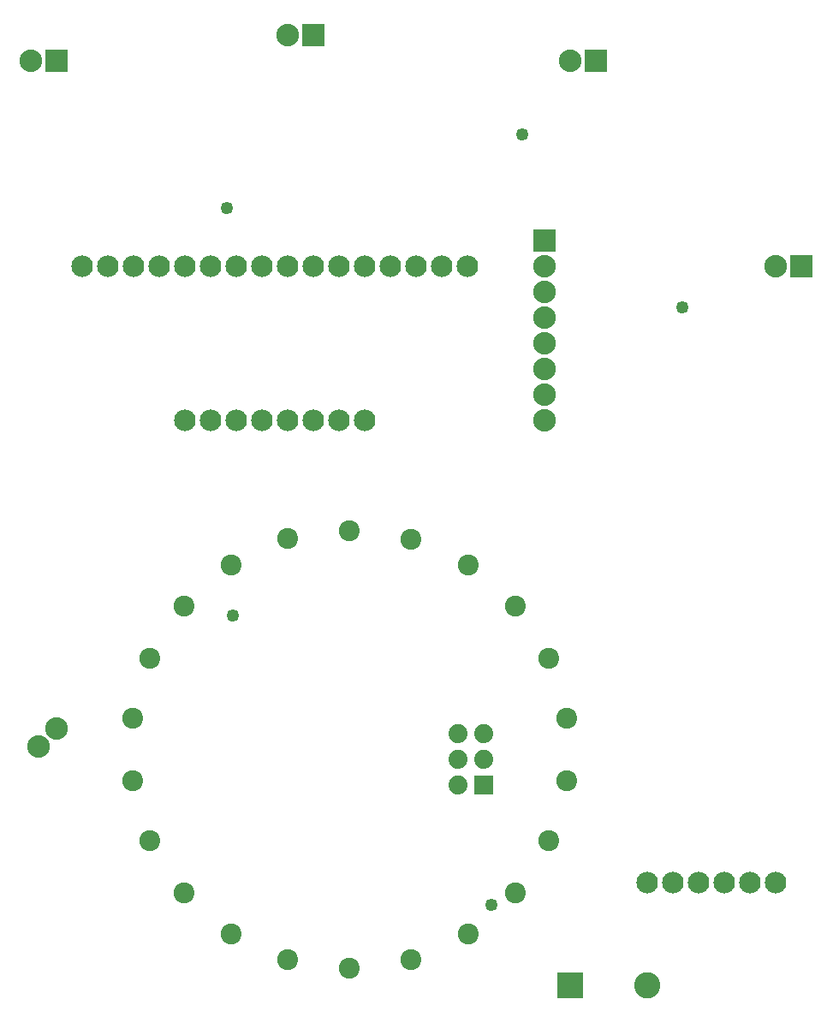
<source format=gts>
G04 MADE WITH FRITZING*
G04 WWW.FRITZING.ORG*
G04 DOUBLE SIDED*
G04 HOLES PLATED*
G04 CONTOUR ON CENTER OF CONTOUR VECTOR*
%ASAXBY*%
%FSLAX23Y23*%
%MOIN*%
%OFA0B0*%
%SFA1.0B1.0*%
%ADD10C,0.102000*%
%ADD11C,0.081244*%
%ADD12C,0.074000*%
%ADD13C,0.088000*%
%ADD14C,0.084000*%
%ADD15C,0.049370*%
%ADD16R,0.102000X0.102000*%
%ADD17R,0.074000X0.074000*%
%ADD18R,0.088000X0.088000*%
%ADD19C,0.030000*%
%LNMASK1*%
G90*
G70*
G54D10*
X2359Y78D03*
X2659Y78D03*
G54D11*
X1499Y1850D03*
X722Y1352D03*
X655Y1119D03*
X1038Y1715D03*
X653Y875D03*
G54D12*
X2021Y858D03*
X1921Y858D03*
X2021Y958D03*
X1921Y958D03*
X2021Y1058D03*
G54D11*
X722Y642D03*
G54D12*
X1921Y1058D03*
G54D11*
X854Y1556D03*
X1258Y1819D03*
X1037Y279D03*
X2344Y876D03*
X2344Y1119D03*
X2276Y1353D03*
X2144Y1556D03*
X1961Y1715D03*
X1739Y1816D03*
X1259Y178D03*
X1499Y144D03*
X1739Y178D03*
X1961Y279D03*
X2144Y439D03*
X2275Y643D03*
X854Y439D03*
G54D13*
X359Y1078D03*
X288Y1008D03*
G54D14*
X459Y2878D03*
X559Y2878D03*
X659Y2878D03*
X759Y2878D03*
X859Y2878D03*
X959Y2878D03*
X1059Y2878D03*
X1159Y2878D03*
X1259Y2878D03*
X1359Y2878D03*
X1459Y2878D03*
X1559Y2878D03*
X1659Y2878D03*
X1759Y2878D03*
X1859Y2878D03*
X1959Y2878D03*
X859Y2278D03*
X959Y2278D03*
X1059Y2278D03*
X1159Y2278D03*
X1259Y2278D03*
X1359Y2278D03*
X1459Y2278D03*
X1559Y2278D03*
G54D13*
X2259Y2978D03*
X2259Y2878D03*
X2259Y2778D03*
X2259Y2678D03*
X2259Y2578D03*
X2259Y2478D03*
X2259Y2378D03*
X2259Y2278D03*
X359Y3678D03*
X259Y3678D03*
X1359Y3778D03*
X1259Y3778D03*
X2459Y3678D03*
X2359Y3678D03*
X3259Y2878D03*
X3159Y2878D03*
G54D14*
X3159Y478D03*
X3059Y478D03*
X2959Y478D03*
X2859Y478D03*
X2759Y478D03*
X2659Y478D03*
G54D15*
X2052Y392D03*
X2796Y2720D03*
X2172Y3392D03*
X1020Y3104D03*
X1044Y1520D03*
G54D16*
X2359Y78D03*
G54D17*
X2021Y858D03*
G54D18*
X2259Y2978D03*
X359Y3678D03*
X1359Y3778D03*
X2459Y3678D03*
X3259Y2878D03*
G54D19*
G36*
X400Y1078D02*
X359Y1037D01*
X318Y1078D01*
X359Y1119D01*
X400Y1078D01*
G37*
D02*
G04 End of Mask1*
M02*
</source>
